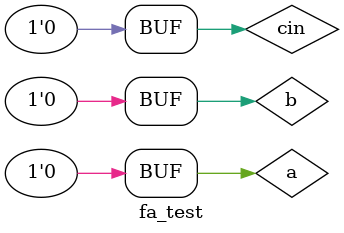
<source format=v>
`timescale 1ns / 1ps


module fa_test;

	// Inputs
	reg a;
	reg b;
	reg cin;

	// Outputs
	wire s;
	wire co;

	// Instantiate the Unit Under Test (UUT)
	fa uut (
		.a(a), 
		.b(b), 
		.cin(cin), 
		.s(s), 
		.co(co)
	);

	initial begin
		// Initialize Inputs
		a = 0;
		b = 0;
		cin = 0;

		// Wait 100 ns for global reset to finish
		#100;
        
		// Add stimulus here

	end
      
endmodule


</source>
